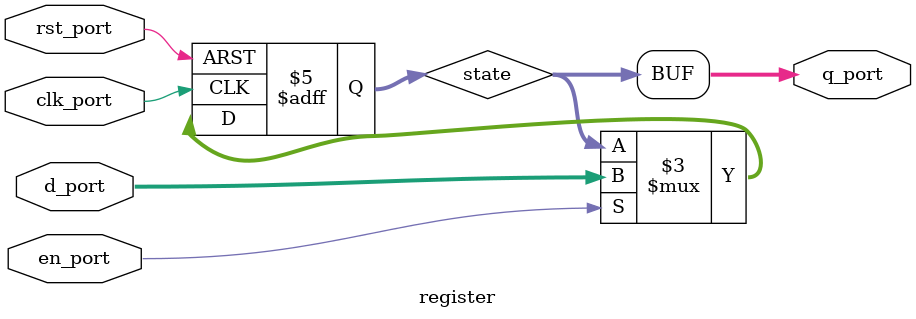
<source format=v>
`ifndef PARALLEL_REGISTER_V
`define PARALLEL_REGISTER_V

module register(
    d_port,     //n-bit input port
    q_port,     //n-bit output port
    en_port,    //one-bit port, it enables writting op
    rst_port,   //Hard reset signal
    clk_port    //one-bit clk signal
);

  parameter n = 32;
  input wire[n-1:0] d_port;
  input wire en_port, clk_port, rst_port;
  output wire[n-1:0] q_port;

  reg[n-1:0] state;

  always@(posedge clk_port or posedge rst_port) begin
    if (rst_port)
      state = 'b0;
    else if (en_port)
      state = d_port;
  end

  assign q_port = state;

endmodule

`endif
</source>
